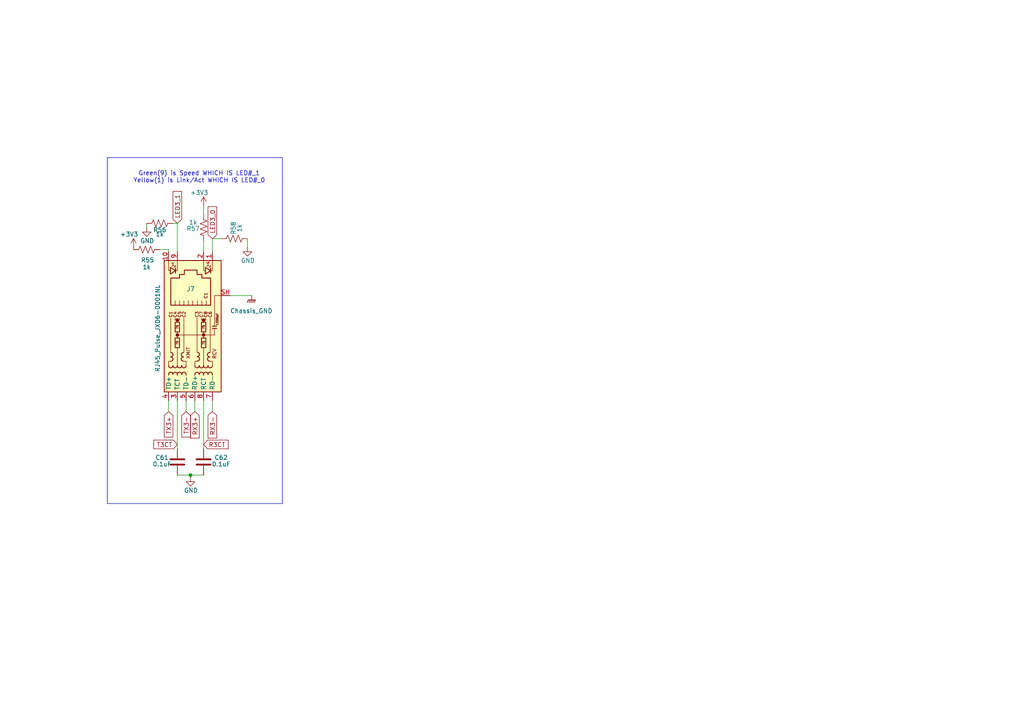
<source format=kicad_sch>
(kicad_sch (version 20250114) (generator "eeschema") (generator_version "9.0")
  (paper "A4")
  (title_block (date "2025-04-01") (rev "1") (company "Bronco Space") (comment 1 "SCALES") (comment 2 "By John Pollak"))
  (lib_symbols
    (symbol "Connector:RJ45_Pulse_JXD6-0001NL"
      (property "Reference" "J" (at 17.78 10.16 0))
      (property "Value" "RJ45_Pulse_JXD6-0001NL" (at -6.35 10.16 0))
      (symbol "RJ45_Pulse_JXD6-0001NL_0_0"
        (circle (center -1.27 5.08) (radius 0.0001) (stroke (width 0.508)))
        (polyline (pts (xy -1.27 5.08) (xy -1.27 -5.715)))
        (circle (center -1.27 -2.54) (radius 0.0001) (stroke (width 0.508)))
        (polyline (pts (xy 0.635 -5.08) (xy 0.635 -6.35)) (stroke (width 0.254)))
        (polyline (pts (xy 1.27 -5.08) (xy 1.27 -6.35)) (stroke (width 0.254)))
        (polyline (pts (xy 3.048 5.08) (xy 2.54 5.08)))
        (circle (center 3.048 5.08) (radius 0.0001) (stroke (width 0.508)))
        (polyline (pts (xy 3.048 -2.54) (xy 2.54 -2.54)))
        (circle (center 3.048 -2.54) (radius 0.0001) (stroke (width 0.508)))
        (polyline (pts (xy 3.683 5.715) (xy 3.048 5.715) (xy 3.048 4.445) (xy 3.683 4.445)))
        (polyline (pts (xy 3.683 -1.905) (xy 3.048 -1.905) (xy 3.048 -3.175) (xy 3.683 -3.175)))
        (polyline (pts (xy 17.399 7.112) (xy 17.399 7.62) (xy 20.32 7.62)))
        (polyline (pts (xy 17.399 -3.048) (xy 17.399 -2.54) (xy 20.32 -2.54)))
        (polyline (pts (xy 20.32 5.08) (xy 17.399 5.08) (xy 17.399 5.588)))
        (polyline (pts (xy 20.32 -5.08) (xy 17.399 -5.08) (xy 17.399 -4.572)))
        (text "XMIT" (at -8.255 1.905 0) (effects (font (size 1.016 1.016)) (justify left)))
        (text "RCV" (at -8.255 -5.715 0) (effects (font (size 1.016 1.016)) (justify left)))
        (text "C1" (at 4.699 6.985 0) (effects (font (size 0.889 0.889))))
        (text "C4" (at 4.699 5.715 0) (effects (font (size 0.889 0.889))))
        (text "C5" (at 4.699 4.445 0) (effects (font (size 0.889 0.889))))
        (text "C2" (at 4.699 3.175 0) (effects (font (size 0.889 0.889))))
        (text "C3" (at 4.699 -0.635 0) (effects (font (size 0.889 0.889))))
        (text "C7" (at 4.699 -1.905 0) (effects (font (size 0.889 0.889))))
        (text "C8" (at 4.699 -3.175 0) (effects (font (size 0.889 0.889))))
        (text "C6" (at 4.699 -4.445 0) (effects (font (size 0.889 0.889))))
        (text "C1" (at 10.16 -3.175 0) (effects (font (size 0.889 0.889))))
      )
      (symbol "RJ45_Pulse_JXD6-0001NL_0_1"
        (rectangle (start -17.78 8.89) (end 20.32 -7.62) (stroke (width 0.254)) (fill (type background)))
        (polyline (pts (xy -12.7 7.62) (xy -13.081 7.62)))
        (polyline (pts (xy -12.7 5.08) (xy -13.081 5.08)))
        (polyline (pts (xy -12.7 2.54) (xy -13.081 2.54)))
        (polyline (pts (xy -12.7 0) (xy -13.081 0)))
        (polyline (pts (xy -12.7 -2.54) (xy -13.081 -2.54)))
        (polyline (pts (xy -12.7 -5.08) (xy -13.081 -5.08)))
        (polyline (pts (xy -10.16 7.62) (xy -8.89 7.62) (xy -8.89 6.985)))
        (polyline (pts (xy -10.16 0) (xy -8.89 0) (xy -8.89 -0.635)))
        (polyline (pts (xy -8.89 3.175) (xy -8.89 2.54) (xy -10.16 2.54)))
        (polyline (pts (xy -8.89 -4.445) (xy -8.89 -5.08) (xy -10.16 -5.08)))
        (polyline (pts (xy -6.35 6.985) (xy 3.683 6.985)))
        (polyline (pts (xy -6.35 3.175) (xy 3.683 3.175)))
        (polyline (pts (xy -6.35 -4.445) (xy 3.683 -4.445)))
        (polyline (pts (xy -6.223 -0.635) (xy 3.683 -0.635)))
        (polyline (pts (xy -5.08 -2.54) (xy -10.16 -2.54)))
        (polyline (pts (xy -4.953 5.08) (xy -10.16 5.08)))
        (polyline (pts (xy -2.159 5.08) (xy -0.381 5.08)))
        (polyline (pts (xy -2.159 -2.54) (xy -0.381 -2.54)))
        (polyline (pts (xy 0.635 -5.715) (xy -1.27 -5.715)))
        (polyline (pts (xy 7.366 3.175) (xy 8.636 3.175)))
        (polyline (pts (xy 7.366 1.905) (xy 8.636 1.905)))
        (polyline (pts (xy 7.366 0.635) (xy 8.636 0.635)))
        (polyline (pts (xy 7.366 -0.762) (xy 8.636 -0.762)))
        (polyline (pts (xy 7.366 -2.032) (xy 8.636 -2.032)))
        (polyline (pts (xy 8.636 5.715) (xy 7.366 5.715)))
        (polyline (pts (xy 8.636 4.445) (xy 7.366 4.445)))
        (polyline (pts (xy 8.636 -3.302) (xy 7.366 -3.302)))
        (polyline (pts (xy 10.16 -5.715) (xy 1.27 -5.715)))
        (polyline (pts (xy 10.16 -5.715) (xy 10.16 -7.62)))
      )
      (symbol "RJ45_Pulse_JXD6-0001NL_1_0"
        (text "1000pF" (at 3.302 -6.477 0) (effects (font (size 0.635 0.635))))
      )
      (symbol "RJ45_Pulse_JXD6-0001NL_1_1"
        (arc (start -12.7 0) (mid -12.0677 -0.635) (end -12.7 -1.27) (stroke (width 0.254)))
        (arc (start -12.6973 7.62) (mid -12.065 6.985) (end -12.6973 6.35) (stroke (width 0.254)))
        (arc (start -12.6973 -1.27) (mid -12.065 -1.905) (end -12.6973 -2.54) (stroke (width 0.254)))
        (arc (start -12.6973 -2.54) (mid -12.065 -3.175) (end -12.6973 -3.81) (stroke (width 0.254)))
        (arc (start -12.6973 -3.81) (mid -12.065 -4.445) (end -12.6973 -5.08) (stroke (width 0.254)))
        (arc (start -12.6946 6.35) (mid -12.0623 5.715) (end -12.6946 5.08) (stroke (width 0.254)))
        (arc (start -12.6946 5.08) (mid -12.0623 4.445) (end -12.6946 3.81) (stroke (width 0.254)))
        (arc (start -12.6946 3.81) (mid -12.0623 3.175) (end -12.6946 2.54) (stroke (width 0.254)))
        (arc (start -10.1654 6.35) (mid -10.7977 6.985) (end -10.1654 7.62) (stroke (width 0.254)))
        (arc (start -10.1654 5.08) (mid -10.7977 5.715) (end -10.1654 6.35) (stroke (width 0.254)))
        (arc (start -10.1654 3.81) (mid -10.7977 4.445) (end -10.1654 5.08) (stroke (width 0.254)))
        (arc (start -10.1654 -1.27) (mid -10.7977 -0.635) (end -10.1654 0) (stroke (width 0.254)))
        (arc (start -10.1654 -2.54) (mid -10.7977 -1.905) (end -10.1654 -1.27) (stroke (width 0.254)))
        (arc (start -10.1654 -3.81) (mid -10.7977 -3.175) (end -10.1654 -2.54) (stroke (width 0.254)))
        (arc (start -10.1627 2.54) (mid -10.795 3.175) (end -10.1627 3.81) (stroke (width 0.254)))
        (arc (start -10.1627 -5.08) (mid -10.795 -4.445) (end -10.1627 -3.81) (stroke (width 0.254)))
        (arc (start -7.62 6.9823) (mid -8.255 6.35) (end -8.89 6.9823) (stroke (width 0.254)))
        (arc (start -8.89 3.3047) (mid -8.255 3.937) (end -7.62 3.3047) (stroke (width 0.254)))
        (arc (start -8.89 -4.3153) (mid -8.255 -3.683) (end -7.62 -4.3153) (stroke (width 0.254)))
        (arc (start -7.5565 -0.7012) (mid -8.1915 -1.3335) (end -8.8265 -0.7012) (stroke (width 0.254)))
        (arc (start -6.35 6.985) (mid -6.985 6.3527) (end -7.62 6.985) (stroke (width 0.254)))
        (arc (start -7.62 3.3074) (mid -6.985 3.9397) (end -6.35 3.3074) (stroke (width 0.254)))
        (arc (start -7.62 -4.3126) (mid -6.985 -3.6803) (end -6.35 -4.3126) (stroke (width 0.254)))
        (arc (start -6.2865 -0.6985) (mid -6.9215 -1.3308) (end -7.5565 -0.6985) (stroke (width 0.254)))
        (rectangle (start -4.953 5.715) (end -2.159 4.445) (stroke (width 0.254)))
        (rectangle (start -4.953 -1.905) (end -2.159 -3.175) (stroke (width 0.254)))
        (rectangle (start -0.381 5.715) (end 2.413 4.445) (stroke (width 0.254)))
        (rectangle (start -0.381 -1.905) (end 2.413 -3.175) (stroke (width 0.254)))
        (polyline (pts (xy 7.366 -4.572) (xy 7.366 6.985) (xy 15.24 6.985) (xy 15.24 4.445) (xy 16.256 4.445) (xy 16.256 3.048) (xy 17.526 3.048) (xy 17.526 -0.635) (xy 16.256 -0.635) (xy 16.256 -2.032) (xy 15.24 -2.032) (xy 15.24 -4.572) (xy 7.366 -4.572)) (stroke (width 0.254)))
        (polyline (pts (xy 18.161 5.588) (xy 16.637 5.588)) (stroke (width 0.254)))
        (polyline (pts (xy 18.161 -4.572) (xy 16.637 -4.572)) (stroke (width 0.254)))
        (polyline (pts (xy 18.288 7.112) (xy 16.383 7.112) (xy 17.399 5.588) (xy 18.288 7.112)) (stroke (width 0.254)))
        (polyline (pts (xy 18.288 6.096) (xy 18.796 5.588) (xy 18.542 5.588)))
        (polyline (pts (xy 18.288 -3.048) (xy 16.383 -3.048) (xy 17.399 -4.572) (xy 18.288 -3.048)) (stroke (width 0.254)))
        (polyline (pts (xy 18.288 -4.064) (xy 18.796 -4.572) (xy 18.542 -4.572)))
        (polyline (pts (xy 18.542 6.731) (xy 19.05 6.223) (xy 18.796 6.223)))
        (polyline (pts (xy 18.542 -3.429) (xy 19.05 -3.937) (xy 18.796 -3.937)))
        (polyline (pts (xy 18.796 5.588) (xy 18.796 5.842)))
        (polyline (pts (xy 18.796 -4.572) (xy 18.796 -4.318)))
        (polyline (pts (xy 19.05 6.223) (xy 19.05 6.477)))
        (polyline (pts (xy 19.05 -3.937) (xy 19.05 -3.683)))
        (text "75" (at -3.556 5.08 0) (effects (font (size 0.635 0.635))))
        (text "75" (at -3.556 -2.54 0) (effects (font (size 0.635 0.635))))
        (text "75" (at 1.016 5.08 0) (effects (font (size 0.635 0.635))))
        (text "75" (at 1.016 -2.54 0) (effects (font (size 0.635 0.635))))
        (text "Y" (at 19.558 6.35 0) (effects (font (size 0.635 0.635))))
        (text "G" (at 19.685 -3.81 0) (effects (font (size 0.635 0.635))))
        (pin passive line (at -20.32 7.62 0) (length 2.54) (name "TD+") (number "4"))
        (pin passive line (at -20.32 5.08 0) (length 2.54) (name "TCT") (number "3"))
        (pin passive line (at -20.32 2.54 0) (length 2.54) (name "TD-") (number "5"))
        (pin passive line (at -20.32 0 0) (length 2.54) (name "RD+") (number "6"))
        (pin passive line (at -20.32 -2.54 0) (length 2.54) (name "RCT") (number "8"))
        (pin passive line (at -20.32 -5.08 0) (length 2.54) (name "RD-") (number "7"))
        (pin power_in line (at 10.16 -10.16 90) (length 2.54) (name "") (number "SH"))
        (pin passive line (at 22.86 7.62 180) (length 2.54) (name "") (number "10"))
        (pin passive line (at 22.86 5.08 180) (length 2.54) (name "") (number "9"))
        (pin passive line (at 22.86 -2.54 180) (length 2.54) (name "") (number "2"))
        (pin passive line (at 22.86 -5.08 180) (length 2.54) (name "") (number "1"))
      )
    )
    (symbol "Device:C" (pin_numbers (hide yes)) (pin_names (offset 0.254))
      (property "Reference" "C" (at 0.635 2.54 0))
      (property "Value" "C" (at 0.635 -2.54 0))
      (symbol "C_0_1"
        (polyline (pts (xy -2.032 0.762) (xy 2.032 0.762)) (stroke (width 0.508)))
        (polyline (pts (xy -2.032 -0.762) (xy 2.032 -0.762)) (stroke (width 0.508)))
      )
      (symbol "C_1_1"
        (pin passive line (at 0 3.81 270) (length 2.794) (name "~") (number "1"))
        (pin passive line (at 0 -3.81 90) (length 2.794) (name "~") (number "2"))
      )
    )
    (symbol "Device:R_US" (pin_numbers (hide yes)) (pin_names (offset 0))
      (property "Reference" "R" (at 2.54 0 90))
      (property "Value" "R_US" (at -2.54 0 90))
      (symbol "R_US_0_1"
        (polyline (pts (xy 0 2.286) (xy 0 2.54)))
        (polyline (pts (xy 0 2.286) (xy 1.016 1.905) (xy 0 1.524) (xy -1.016 1.143) (xy 0 0.762)))
        (polyline (pts (xy 0 0.762) (xy 1.016 0.381) (xy 0 0) (xy -1.016 -0.381) (xy 0 -0.762)))
        (polyline (pts (xy 0 -0.762) (xy 1.016 -1.143) (xy 0 -1.524) (xy -1.016 -1.905) (xy 0 -2.286)))
        (polyline (pts (xy 0 -2.286) (xy 0 -2.54)))
      )
      (symbol "R_US_1_1"
        (pin passive line (at 0 3.81 270) (length 1.27) (name "~") (number "1"))
        (pin passive line (at 0 -3.81 90) (length 1.27) (name "~") (number "2"))
      )
    )
    (symbol "power:+3V3" (power) (pin_numbers (hide yes)) (pin_names (offset 0) (hide yes))
      (property "Value" "+3V3" (at 0 3.556 0))
      (symbol "+3V3_0_1"
        (polyline (pts (xy -0.762 1.27) (xy 0 2.54)))
        (polyline (pts (xy 0 2.54) (xy 0.762 1.27)))
        (polyline (pts (xy 0 0) (xy 0 2.54)))
      )
      (symbol "+3V3_1_1"
        (pin power_in line (at 0 0 90) (length 0) (name "~") (number "1"))
      )
    )
    (symbol "power:GND" (power) (pin_numbers (hide yes)) (pin_names (offset 0) (hide yes))
      (property "Value" "GND" (at 0 -3.81 0))
      (symbol "GND_0_1"
        (polyline (pts (xy 0 0) (xy 0 -1.27) (xy 1.27 -1.27) (xy 0 -2.54) (xy -1.27 -1.27) (xy 0 -1.27)))
      )
      (symbol "GND_1_1"
        (pin power_in line (at 0 0 270) (length 0) (name "~") (number "1"))
      )
    )
    (symbol "power:GNDPWR" (power) (pin_numbers (hide yes)) (pin_names (offset 0) (hide yes))
      (property "Value" "GNDPWR" (at 0 -3.302 0))
      (symbol "GNDPWR_0_1"
        (polyline (pts (xy -1.016 -1.27) (xy -1.27 -2.032) (xy -1.27 -2.032)) (stroke (width 0.2032)))
        (polyline (pts (xy -0.508 -1.27) (xy -0.762 -2.032) (xy -0.762 -2.032)) (stroke (width 0.2032)))
        (polyline (pts (xy 0 -1.27) (xy 0 0)))
        (polyline (pts (xy 0 -1.27) (xy -0.254 -2.032) (xy -0.254 -2.032)) (stroke (width 0.2032)))
        (polyline (pts (xy 0.508 -1.27) (xy 0.254 -2.032) (xy 0.254 -2.032)) (stroke (width 0.2032)))
        (polyline (pts (xy 1.016 -1.27) (xy -1.016 -1.27) (xy -1.016 -1.27)) (stroke (width 0.2032)))
        (polyline (pts (xy 1.016 -1.27) (xy 0.762 -2.032) (xy 0.762 -2.032) (xy 0.762 -2.032)) (stroke (width 0.2032)))
      )
      (symbol "GNDPWR_1_1"
        (pin power_in line (at 0 0 270) (length 0) (name "~") (number "1"))
      )
    )
  )
  (rectangle (start 31.115 45.72) (end 81.915 146.05))
  (text "Green(9) is Speed WHICH IS LED#_1\nYellow(1) is Link/Act WHICH IS LED#_0\n" (at 57.785 51.435 0) (effects (font (size 1.27 1.27))))
  (junction (at 55.245 137.795))
  (wire (pts (xy 56.515 119.38) (xy 56.515 116.205)))
  (wire (pts (xy 61.595 119.38) (xy 61.595 116.205)))
  (wire (pts (xy 42.545 64.77) (xy 42.545 66.04)))
  (wire (pts (xy 51.435 64.77) (xy 51.435 73.025)))
  (wire (pts (xy 71.755 69.215) (xy 71.755 71.755)))
  (wire (pts (xy 46.355 72.39) (xy 48.895 72.39)))
  (wire (pts (xy 51.435 116.205) (xy 51.435 130.175)))
  (wire (pts (xy 59.055 116.205) (xy 59.055 130.175)))
  (wire (pts (xy 59.055 59.69) (xy 59.055 62.23)))
  (wire (pts (xy 59.055 69.85) (xy 59.055 73.025)))
  (wire (pts (xy 66.675 85.725) (xy 73.025 85.725)))
  (wire (pts (xy 55.245 137.795) (xy 55.245 138.43)))
  (wire (pts (xy 61.595 73.025) (xy 61.595 69.215)))
  (wire (pts (xy 53.975 119.38) (xy 53.975 116.205)))
  (wire (pts (xy 61.595 69.215) (xy 64.135 69.215)))
  (wire (pts (xy 55.245 137.795) (xy 59.055 137.795)))
  (wire (pts (xy 51.435 137.795) (xy 55.245 137.795)))
  (wire (pts (xy 50.165 64.77) (xy 51.435 64.77)))
  (wire (pts (xy 48.895 72.39) (xy 48.895 73.025)))
  (wire (pts (xy 48.895 119.38) (xy 48.895 116.205)))
  (wire (pts (xy 38.735 71.755) (xy 38.735 72.39)))
  (global_label "LED3_0" (shape input) (at 61.595 69.215 90) (property "Intersheetrefs" "${INTERSHEET_REFS}" (effects (hide yes))))
  (global_label "TX3+" (shape input) (at 48.895 119.38 270) (property "Intersheetrefs" "${INTERSHEET_REFS}" (effects (hide yes))) (property "Netclass" "DP_100R_TOP" (effects (hide yes))))
  (global_label "RX3+" (shape input) (at 56.515 119.38 270) (property "Intersheetrefs" "${INTERSHEET_REFS}" (effects (hide yes))) (property "Netclass" "DP_100R_TOP" (effects (hide yes))))
  (global_label "LED3_1" (shape input) (at 51.435 64.77 90) (property "Intersheetrefs" "${INTERSHEET_REFS}" (effects (hide yes))))
  (global_label "TX3-" (shape input) (at 53.975 119.38 270) (property "Intersheetrefs" "${INTERSHEET_REFS}" (effects (hide yes))) (property "Netclass" "DP_100R_TOP" (effects (hide yes))))
  (global_label "T3CT" (shape input) (at 51.435 128.905 180) (property "Intersheetrefs" "${INTERSHEET_REFS}" (effects (hide yes))))
  (global_label "RX3-" (shape input) (at 61.595 119.38 270) (property "Intersheetrefs" "${INTERSHEET_REFS}" (effects (hide yes))) (property "Netclass" "DP_100R_TOP" (effects (hide yes))))
  (global_label "R3CT" (shape input) (at 59.055 128.905 0) (property "Intersheetrefs" "${INTERSHEET_REFS}" (effects (hide yes))))
  (symbol (lib_id "Connector:RJ45_Pulse_JXD6-0001NL") (at 56.515 95.885 90) (unit 1)
    (property "Reference" "J7" (at 56.515 83.82 90) (effects (justify left)))
    (property "Value" "RJ45_Pulse_JXD6-0001NL" (at 45.72 107.95 0) (effects (justify left)))
    (property "Footprint" "Connector_RJ:RJ45_Pulse_JXD6-0001NL_Horizontal" (effects (hide yes)))
    (property "Datasheet" "https://productfinder.pulseeng.com/doc_type/WEB301/doc_num/JXD6-0001NL/doc_part/JXD6-0001NL.pdf" (effects (hide yes)))
    (property "Description" "LAN Transformer Jack, RJ45, 10/100 BaseT" (effects (hide yes)))
    (property "LCSC link" "https://lcsc.com/product-detail/Ethernet-Connectors-Modular-Connectors-RJ45-RJ11_Pulse-Elec-JXD6-0001NL_C5359047.html?s_z=n_C5359047" (effects (hide yes)))
  )
  (symbol (lib_id "Device:R_US") (at 46.355 64.77 270) (unit 1)
    (property "Reference" "R56" (at 46.355 66.675 90))
    (property "Value" "1k" (at 46.355 67.945 90))
    (property "Footprint" "Resistor_SMD:R_0603_1608Metric" (effects (hide yes)))
    (property "Description" "Resistor, US symbol" (effects (hide yes)))
  )
  (symbol (lib_id "power:GNDPWR") (at 73.025 85.725 0) (unit 1)
    (property "Reference" "#PWR0149" (effects (hide yes)))
    (property "Value" "Chassis_GND" (at 72.898 90.17 0))
    (property "Description" "Power symbol creates a global label with name \"GNDPWR\" , global ground" (effects (hide yes)))
  )
  (symbol (lib_id "Device:R_US") (at 67.945 69.215 90) (unit 1)
    (property "Reference" "R58" (at 67.691 66.167 0))
    (property "Value" "1k" (at 69.469 66.167 0))
    (property "Footprint" "Resistor_SMD:R_0603_1608Metric" (effects (hide yes)))
    (property "Description" "Resistor, US symbol" (effects (hide yes)))
  )
  (symbol (lib_id "Device:R_US") (at 59.055 66.04 180) (unit 1)
    (property "Reference" "R57" (at 56.007 66.294 0))
    (property "Value" "1k" (at 56.007 64.516 0))
    (property "Footprint" "Resistor_SMD:R_0603_1608Metric" (effects (hide yes)))
    (property "Description" "Resistor, US symbol" (effects (hide yes)))
  )
  (symbol (lib_id "Device:C") (at 59.055 133.985 0) (unit 1)
    (property "Reference" "C62" (at 64.135 132.715 0))
    (property "Value" "0.1uF" (at 64.135 134.62 0))
    (property "Footprint" "Capacitor_SMD:C_0402_1005Metric" (effects (hide yes)))
    (property "Description" "Unpolarized capacitor" (effects (hide yes)))
  )
  (symbol (lib_id "power:GND") (at 42.545 66.04 0) (unit 1)
    (property "Reference" "#PWR0145" (effects (hide yes)))
    (property "Value" "GND" (at 40.64 69.85 0) (effects (justify left)))
    (property "Description" "Power symbol creates a global label with name \"GND\" , ground" (effects (hide yes)))
  )
  (symbol (lib_id "Device:R_US") (at 42.545 72.39 270) (unit 1)
    (property "Reference" "R55" (at 42.799 75.438 90))
    (property "Value" "1k" (at 42.545 77.47 90))
    (property "Footprint" "Resistor_SMD:R_0603_1608Metric" (effects (hide yes)))
    (property "Description" "Resistor, US symbol" (effects (hide yes)))
  )
  (symbol (lib_id "power:+3V3") (at 38.735 71.755 0) (unit 1)
    (property "Reference" "#PWR0144" (effects (hide yes)))
    (property "Value" "+3V3" (at 37.465 67.945 0))
    (property "Description" "Power symbol creates a global label with name \"+3V3\"" (effects (hide yes)))
  )
  (symbol (lib_id "power:GND") (at 71.755 71.755 0) (unit 1)
    (property "Reference" "#PWR0148" (effects (hide yes)))
    (property "Value" "GND" (at 69.85 75.565 0) (effects (justify left)))
    (property "Description" "Power symbol creates a global label with name \"GND\" , ground" (effects (hide yes)))
  )
  (symbol (lib_id "power:GND") (at 55.245 138.43 0) (unit 1)
    (property "Reference" "#PWR0146" (effects (hide yes)))
    (property "Value" "GND" (at 53.34 142.24 0) (effects (justify left)))
    (property "Description" "Power symbol creates a global label with name \"GND\" , ground" (effects (hide yes)))
  )
  (symbol (lib_id "power:+3V3") (at 59.055 59.69 0) (unit 1)
    (property "Reference" "#PWR0147" (effects (hide yes)))
    (property "Value" "+3V3" (at 57.785 55.88 0))
    (property "Description" "Power symbol creates a global label with name \"+3V3\"" (effects (hide yes)))
  )
  (symbol (lib_id "Device:C") (at 51.435 133.985 0) (unit 1)
    (property "Reference" "C61" (at 46.99 132.715 0))
    (property "Value" "0.1uF" (at 46.99 134.62 0))
    (property "Footprint" "Capacitor_SMD:C_0402_1005Metric" (effects (hide yes)))
    (property "Description" "Unpolarized capacitor" (effects (hide yes)))
  )
)
</source>
